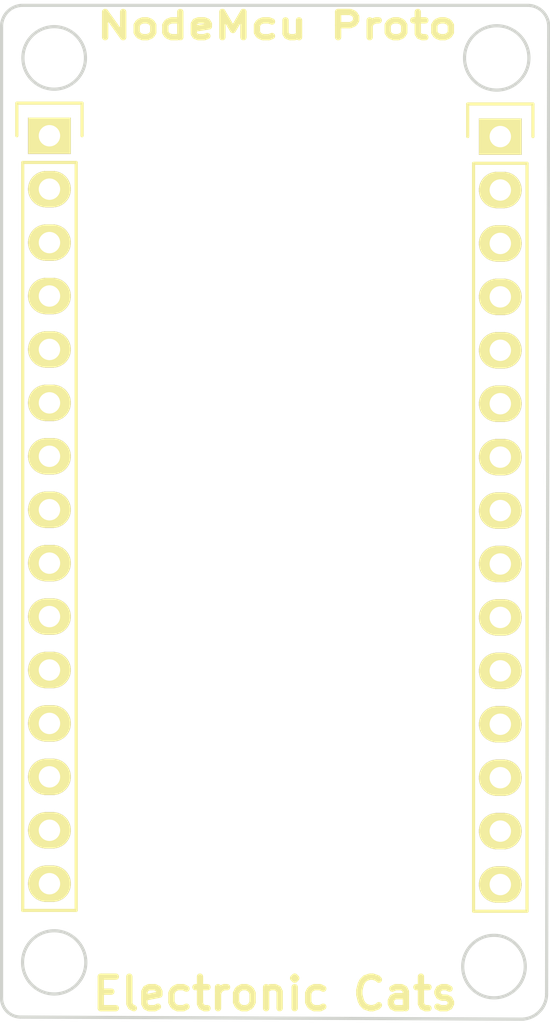
<source format=kicad_pcb>
(kicad_pcb (version 20221018) (generator pcbnew)
  (title_block (title "ProtoShield_NodeMcu") (date "2016-01-25") (rev "0.1") (company "Electronic Cats") (comment 1 "Andrés Sabas"))
  (layers (0 "F.Cu" signal) (31 "B.Cu" signal) (34 "B.Paste" user) (35 "F.Paste" user) (36 "B.SilkS" user "B.Silkscreen") (37 "F.SilkS" user "F.Silkscreen") (38 "B.Mask" user) (39 "F.Mask" user) (44 "Edge.Cuts" user))
  (net 0 "")
  (net 1 "Net-(P1-Pad1)")
  (net 2 "Net-(P1-Pad2)")
  (net 3 "Net-(P1-Pad3)")
  (net 4 "Net-(P1-Pad4)")
  (net 5 "Net-(P1-Pad5)")
  (net 6 "Net-(P1-Pad6)")
  (net 7 "Net-(P1-Pad7)")
  (net 8 "Net-(P1-Pad8)")
  (net 9 "Net-(P1-Pad9)")
  (net 10 "Net-(P1-Pad10)")
  (net 11 "Net-(P1-Pad11)")
  (net 12 "Net-(P1-Pad12)")
  (net 13 "Net-(P1-Pad13)")
  (net 14 "Net-(P1-Pad14)")
  (net 15 "Net-(P1-Pad15)")
  (net 16 "Net-(P8-Pad1)")
  (net 17 "Net-(P8-Pad2)")
  (net 18 "Net-(P8-Pad3)")
  (net 19 "Net-(P8-Pad4)")
  (net 20 "Net-(P8-Pad5)")
  (net 21 "Net-(P8-Pad6)")
  (net 22 "Net-(P8-Pad7)")
  (net 23 "Net-(P8-Pad8)")
  (net 24 "Net-(P8-Pad9)")
  (net 25 "Net-(P8-Pad10)")
  (net 26 "Net-(P8-Pad11)")
  (net 27 "Net-(P8-Pad12)")
  (net 28 "Net-(P8-Pad13)")
  (net 29 "Net-(P8-Pad14)")
  (net 30 "Net-(P8-Pad15)")
  (footprint "Pin_Headers:Pin_Header_Straight_1x15" (layer "F.Cu") (at 129.775 108.3)
    (fp_text reference "P1")
    (fp_text value "CONN_01X15" hide)
    (fp_line (start -1.55 -1.55) (end 1.55 -1.55) (stroke (width 0.15)) (layer "F.SilkS"))
    (fp_line (start -1.55 0) (end -1.55 -1.55) (stroke (width 0.15)) (layer "F.SilkS"))
    (fp_line (start -1.27 1.27) (end -1.27 36.83) (stroke (width 0.15)) (layer "F.SilkS"))
    (fp_line (start -1.27 36.83) (end 1.27 36.83) (stroke (width 0.15)) (layer "F.SilkS"))
    (fp_line (start 1.27 1.27) (end -1.27 1.27) (stroke (width 0.15)) (layer "F.SilkS"))
    (fp_line (start 1.27 36.83) (end 1.27 1.27) (stroke (width 0.15)) (layer "F.SilkS"))
    (fp_line (start 1.55 -1.55) (end 1.55 0) (stroke (width 0.15)) (layer "F.SilkS"))
    (pad "1" thru_hole rect (at 0 0) (size 2.032 1.7272) (drill 1.016) (layers "*.Cu" "*.Mask" "F.SilkS") (net 1 "Net-(P1-Pad1)"))
    (pad "2" thru_hole oval (at 0 2.54) (size 2.032 1.7272) (drill 1.016) (layers "*.Cu" "*.Mask" "F.SilkS") (net 2 "Net-(P1-Pad2)"))
    (pad "3" thru_hole oval (at 0 5.08) (size 2.032 1.7272) (drill 1.016) (layers "*.Cu" "*.Mask" "F.SilkS") (net 3 "Net-(P1-Pad3)"))
    (pad "4" thru_hole oval (at 0 7.62) (size 2.032 1.7272) (drill 1.016) (layers "*.Cu" "*.Mask" "F.SilkS") (net 4 "Net-(P1-Pad4)"))
    (pad "5" thru_hole oval (at 0 10.16) (size 2.032 1.7272) (drill 1.016) (layers "*.Cu" "*.Mask" "F.SilkS") (net 5 "Net-(P1-Pad5)"))
    (pad "6" thru_hole oval (at 0 12.7) (size 2.032 1.7272) (drill 1.016) (layers "*.Cu" "*.Mask" "F.SilkS") (net 6 "Net-(P1-Pad6)"))
    (pad "7" thru_hole oval (at 0 15.24) (size 2.032 1.7272) (drill 1.016) (layers "*.Cu" "*.Mask" "F.SilkS") (net 7 "Net-(P1-Pad7)"))
    (pad "8" thru_hole oval (at 0 17.78) (size 2.032 1.7272) (drill 1.016) (layers "*.Cu" "*.Mask" "F.SilkS") (net 8 "Net-(P1-Pad8)"))
    (pad "9" thru_hole oval (at 0 20.32) (size 2.032 1.7272) (drill 1.016) (layers "*.Cu" "*.Mask" "F.SilkS") (net 9 "Net-(P1-Pad9)"))
    (pad "10" thru_hole oval (at 0 22.86) (size 2.032 1.7272) (drill 1.016) (layers "*.Cu" "*.Mask" "F.SilkS") (net 10 "Net-(P1-Pad10)"))
    (pad "11" thru_hole oval (at 0 25.4) (size 2.032 1.7272) (drill 1.016) (layers "*.Cu" "*.Mask" "F.SilkS") (net 11 "Net-(P1-Pad11)"))
    (pad "12" thru_hole oval (at 0 27.94) (size 2.032 1.7272) (drill 1.016) (layers "*.Cu" "*.Mask" "F.SilkS") (net 12 "Net-(P1-Pad12)"))
    (pad "13" thru_hole oval (at 0 30.48) (size 2.032 1.7272) (drill 1.016) (layers "*.Cu" "*.Mask" "F.SilkS") (net 13 "Net-(P1-Pad13)"))
    (pad "14" thru_hole oval (at 0 33.02) (size 2.032 1.7272) (drill 1.016) (layers "*.Cu" "*.Mask" "F.SilkS") (net 14 "Net-(P1-Pad14)"))
    (pad "15" thru_hole oval (at 0 35.56) (size 2.032 1.7272) (drill 1.016) (layers "*.Cu" "*.Mask" "F.SilkS") (net 15 "Net-(P1-Pad15)"))
  )
  (footprint "Pin_Headers:Pin_Header_Straight_1x15" (layer "F.Cu") (at 151.2 108.34)
    (fp_text reference "P8")
    (fp_text value "CONN_01X15" hide)
    (fp_line (start -1.55 -1.55) (end 1.55 -1.55) (stroke (width 0.15)) (layer "F.SilkS"))
    (fp_line (start -1.55 0) (end -1.55 -1.55) (stroke (width 0.15)) (layer "F.SilkS"))
    (fp_line (start -1.27 1.27) (end -1.27 36.83) (stroke (width 0.15)) (layer "F.SilkS"))
    (fp_line (start -1.27 36.83) (end 1.27 36.83) (stroke (width 0.15)) (layer "F.SilkS"))
    (fp_line (start 1.27 1.27) (end -1.27 1.27) (stroke (width 0.15)) (layer "F.SilkS"))
    (fp_line (start 1.27 36.83) (end 1.27 1.27) (stroke (width 0.15)) (layer "F.SilkS"))
    (fp_line (start 1.55 -1.55) (end 1.55 0) (stroke (width 0.15)) (layer "F.SilkS"))
    (pad "1" thru_hole rect (at 0 0) (size 2.032 1.7272) (drill 1.016) (layers "*.Cu" "*.Mask" "F.SilkS") (net 16 "Net-(P8-Pad1)"))
    (pad "2" thru_hole oval (at 0 2.54) (size 2.032 1.7272) (drill 1.016) (layers "*.Cu" "*.Mask" "F.SilkS") (net 17 "Net-(P8-Pad2)"))
    (pad "3" thru_hole oval (at 0 5.08) (size 2.032 1.7272) (drill 1.016) (layers "*.Cu" "*.Mask" "F.SilkS") (net 18 "Net-(P8-Pad3)"))
    (pad "4" thru_hole oval (at 0 7.62) (size 2.032 1.7272) (drill 1.016) (layers "*.Cu" "*.Mask" "F.SilkS") (net 19 "Net-(P8-Pad4)"))
    (pad "5" thru_hole oval (at 0 10.16) (size 2.032 1.7272) (drill 1.016) (layers "*.Cu" "*.Mask" "F.SilkS") (net 20 "Net-(P8-Pad5)"))
    (pad "6" thru_hole oval (at 0 12.7) (size 2.032 1.7272) (drill 1.016) (layers "*.Cu" "*.Mask" "F.SilkS") (net 21 "Net-(P8-Pad6)"))
    (pad "7" thru_hole oval (at 0 15.24) (size 2.032 1.7272) (drill 1.016) (layers "*.Cu" "*.Mask" "F.SilkS") (net 22 "Net-(P8-Pad7)"))
    (pad "8" thru_hole oval (at 0 17.78) (size 2.032 1.7272) (drill 1.016) (layers "*.Cu" "*.Mask" "F.SilkS") (net 23 "Net-(P8-Pad8)"))
    (pad "9" thru_hole oval (at 0 20.32) (size 2.032 1.7272) (drill 1.016) (layers "*.Cu" "*.Mask" "F.SilkS") (net 24 "Net-(P8-Pad9)"))
    (pad "10" thru_hole oval (at 0 22.86) (size 2.032 1.7272) (drill 1.016) (layers "*.Cu" "*.Mask" "F.SilkS") (net 25 "Net-(P8-Pad10)"))
    (pad "11" thru_hole oval (at 0 25.4) (size 2.032 1.7272) (drill 1.016) (layers "*.Cu" "*.Mask" "F.SilkS") (net 26 "Net-(P8-Pad11)"))
    (pad "12" thru_hole oval (at 0 27.94) (size 2.032 1.7272) (drill 1.016) (layers "*.Cu" "*.Mask" "F.SilkS") (net 27 "Net-(P8-Pad12)"))
    (pad "13" thru_hole oval (at 0 30.48) (size 2.032 1.7272) (drill 1.016) (layers "*.Cu" "*.Mask" "F.SilkS") (net 28 "Net-(P8-Pad13)"))
    (pad "14" thru_hole oval (at 0 33.02) (size 2.032 1.7272) (drill 1.016) (layers "*.Cu" "*.Mask" "F.SilkS") (net 29 "Net-(P8-Pad14)"))
    (pad "15" thru_hole oval (at 0 35.56) (size 2.032 1.7272) (drill 1.016) (layers "*.Cu" "*.Mask" "F.SilkS") (net 30 "Net-(P8-Pad15)"))
  )
  (gr_circle (center 130 104.6) (end 131.4 105.1) (stroke (width 0.15)) (fill none) (layer "Edge.Cuts"))
  (gr_circle (center 130 147.6) (end 131.5 147.7) (stroke (width 0.15)) (fill none) (layer "Edge.Cuts"))
  (gr_line (start 128.4 150.2) (end 152.3 150.3) (stroke (width 0.15)) (layer "Edge.Cuts"))
  (gr_arc (start 127.5 103.1) (mid 127.792893 102.392893) (end 128.5 102.1) (stroke (width 0.15)) (layer "Edge.Cuts"))
  (gr_arc (start 128.4 150.2) (mid 127.763604 149.936396) (end 127.5 149.3) (stroke (width 0.15)) (layer "Edge.Cuts"))
  (gr_line (start 152.5 102.1) (end 128.5 102.1) (stroke (width 0.15)) (layer "Edge.Cuts"))
  (gr_arc (start 152.5 102.1) (mid 153.207107 102.392893) (end 153.5 103.1) (stroke (width 0.15)) (layer "Edge.Cuts"))
  (gr_line (start 127.5 103.1) (end 127.5 149.3) (stroke (width 0.15)) (layer "Edge.Cuts"))
  (gr_arc (start 153.4 149.1) (mid 153.083059 149.912532) (end 152.299654 150.295855) (stroke (width 0.15)) (layer "Edge.Cuts"))
  (gr_circle (center 150.9 147.8) (end 152.3 148.3) (stroke (width 0.15)) (fill none) (layer "Edge.Cuts"))
  (gr_line (start 153.4 149.1) (end 153.5 103.1) (stroke (width 0.15)) (layer "Edge.Cuts"))
  (gr_circle (center 151.029705 104.6) (end 152.529705 104.9) (stroke (width 0.15)) (fill none) (layer "Edge.Cuts"))
  (gr_text "Electronic Cats" (at 140.5 149.1) (layer "F.SilkS") (effects (font (size 1.5 1.5) (thickness 0.3))))
  (gr_text "NodeMcu Proto" (at 140.6 103.075) (layer "F.SilkS") (effects (font (size 1.2 1.5) (thickness 0.3))))
)
</source>
